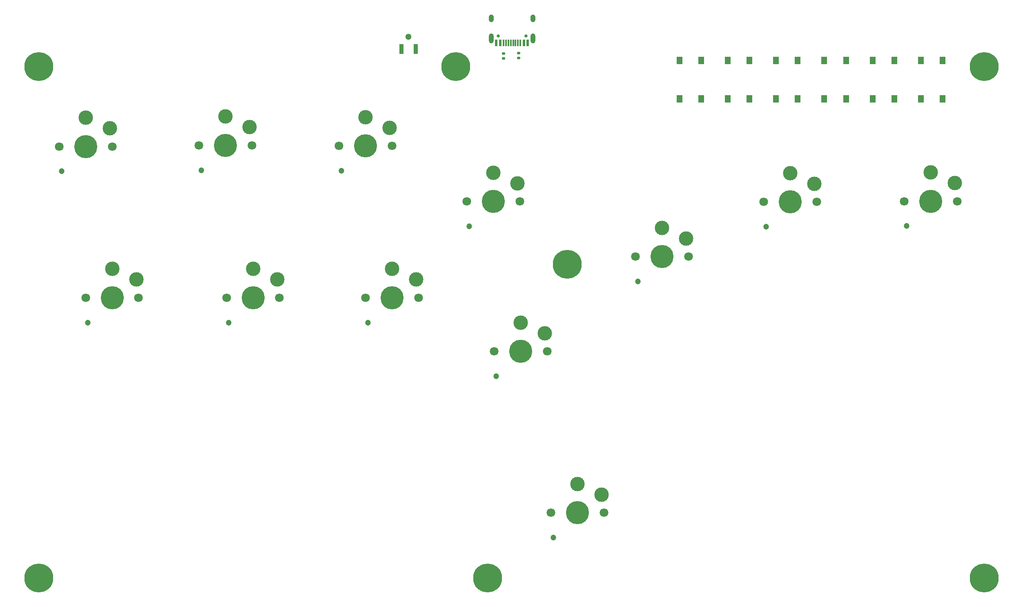
<source format=gbr>
%TF.GenerationSoftware,KiCad,Pcbnew,7.0.9*%
%TF.CreationDate,2024-03-26T15:37:35+08:00*%
%TF.ProjectId,Flatbox-LED-Mirrored,466c6174-626f-4782-9d4c-45442d4d6972,rev?*%
%TF.SameCoordinates,Original*%
%TF.FileFunction,Soldermask,Top*%
%TF.FilePolarity,Negative*%
%FSLAX46Y46*%
G04 Gerber Fmt 4.6, Leading zero omitted, Abs format (unit mm)*
G04 Created by KiCad (PCBNEW 7.0.9) date 2024-03-26 15:37:35*
%MOMM*%
%LPD*%
G01*
G04 APERTURE LIST*
G04 Aperture macros list*
%AMRoundRect*
0 Rectangle with rounded corners*
0 $1 Rounding radius*
0 $2 $3 $4 $5 $6 $7 $8 $9 X,Y pos of 4 corners*
0 Add a 4 corners polygon primitive as box body*
4,1,4,$2,$3,$4,$5,$6,$7,$8,$9,$2,$3,0*
0 Add four circle primitives for the rounded corners*
1,1,$1+$1,$2,$3*
1,1,$1+$1,$4,$5*
1,1,$1+$1,$6,$7*
1,1,$1+$1,$8,$9*
0 Add four rect primitives between the rounded corners*
20,1,$1+$1,$2,$3,$4,$5,0*
20,1,$1+$1,$4,$5,$6,$7,0*
20,1,$1+$1,$6,$7,$8,$9,0*
20,1,$1+$1,$8,$9,$2,$3,0*%
G04 Aperture macros list end*
%ADD10R,1.300000X1.550000*%
%ADD11RoundRect,0.135000X-0.185000X0.135000X-0.185000X-0.135000X0.185000X-0.135000X0.185000X0.135000X0*%
%ADD12C,0.650000*%
%ADD13R,0.600000X1.450000*%
%ADD14R,0.300000X1.450000*%
%ADD15O,1.000000X2.100000*%
%ADD16O,1.000000X1.600000*%
%ADD17R,0.900000X2.100000*%
%ADD18C,1.300000*%
%ADD19C,1.800000*%
%ADD20C,1.200000*%
%ADD21C,3.000000*%
%ADD22C,4.800000*%
%ADD23C,6.000000*%
G04 APERTURE END LIST*
D10*
%TO.C,SW4*%
X216690000Y-57975000D03*
X216690000Y-50025000D03*
X221190000Y-57975000D03*
X221190000Y-50025000D03*
%TD*%
%TO.C,SW2*%
X236690000Y-57975000D03*
X236690000Y-50025000D03*
X241190000Y-57975000D03*
X241190000Y-50025000D03*
%TD*%
%TO.C,SW5*%
X206690000Y-57975000D03*
X206690000Y-50025000D03*
X211190000Y-57975000D03*
X211190000Y-50025000D03*
%TD*%
%TO.C,SW3*%
X226690000Y-57975000D03*
X226690000Y-50025000D03*
X231190000Y-57975000D03*
X231190000Y-50025000D03*
%TD*%
%TO.C,SW6*%
X196690000Y-57975000D03*
X196690000Y-50025000D03*
X201190000Y-57975000D03*
X201190000Y-50025000D03*
%TD*%
D11*
%TO.C,R7*%
X163300000Y-48490000D03*
X163300000Y-49510000D03*
%TD*%
D12*
%TO.C,USB1*%
X164830000Y-44950000D03*
X159050000Y-44950000D03*
D13*
X165190000Y-46395000D03*
X164390000Y-46395000D03*
D14*
X163690000Y-46395000D03*
X163190000Y-46395000D03*
X162690000Y-46395000D03*
X162190000Y-46395000D03*
X161690000Y-46395000D03*
X161190000Y-46395000D03*
X160690000Y-46395000D03*
X160190000Y-46395000D03*
D13*
X159490000Y-46395000D03*
X158690000Y-46395000D03*
D15*
X166260000Y-45480000D03*
D16*
X166260000Y-41300000D03*
D15*
X157620000Y-45480000D03*
D16*
X157620000Y-41300000D03*
%TD*%
D11*
%TO.C,R6*%
X160200000Y-48590000D03*
X160200000Y-49610000D03*
%TD*%
D17*
%TO.C,SW19*%
X139000000Y-47700000D03*
X142000000Y-47700000D03*
D18*
X140500000Y-45150000D03*
%TD*%
D19*
%TO.C,D15*%
X102750000Y-99210000D03*
D20*
X103250000Y-104360000D03*
D21*
X108250000Y-93260000D03*
D22*
X108250000Y-99210000D03*
D21*
X113250000Y-95460000D03*
D19*
X113750000Y-99210000D03*
%TD*%
%TO.C,D14*%
X131600000Y-99210000D03*
D20*
X132100000Y-104360000D03*
D21*
X137100000Y-93260000D03*
D22*
X137100000Y-99210000D03*
D21*
X142100000Y-95460000D03*
D19*
X142600000Y-99210000D03*
%TD*%
%TO.C,D16*%
X73540000Y-99210000D03*
D20*
X74040000Y-104360000D03*
D21*
X79040000Y-93260000D03*
D22*
X79040000Y-99210000D03*
D21*
X84040000Y-95460000D03*
D19*
X84540000Y-99210000D03*
%TD*%
%TO.C,D6*%
X126040000Y-67750000D03*
D20*
X126540000Y-72900000D03*
D21*
X131540000Y-61800000D03*
D22*
X131540000Y-67750000D03*
D21*
X136540000Y-64000000D03*
D19*
X137040000Y-67750000D03*
%TD*%
%TO.C,D5*%
X152600000Y-79280000D03*
D20*
X153100000Y-84430000D03*
D21*
X158100000Y-73330000D03*
D22*
X158100000Y-79280000D03*
D21*
X163100000Y-75530000D03*
D19*
X163600000Y-79280000D03*
%TD*%
%TO.C,D1*%
X170040000Y-143790000D03*
D20*
X170540000Y-148940000D03*
D21*
X175540000Y-137840000D03*
D22*
X175540000Y-143790000D03*
D21*
X180540000Y-140040000D03*
D19*
X181040000Y-143790000D03*
%TD*%
D10*
%TO.C,SW1*%
X246690000Y-57975000D03*
X246690000Y-50025000D03*
X251190000Y-57975000D03*
X251190000Y-50025000D03*
%TD*%
D19*
%TO.C,D4*%
X187540000Y-90690000D03*
D20*
X188040000Y-95840000D03*
D21*
X193040000Y-84740000D03*
D22*
X193040000Y-90690000D03*
D21*
X198040000Y-86940000D03*
D19*
X198540000Y-90690000D03*
%TD*%
%TO.C,D2*%
X243235000Y-79220000D03*
D20*
X243735000Y-84370000D03*
D21*
X248735000Y-73270000D03*
D22*
X248735000Y-79220000D03*
D21*
X253735000Y-75470000D03*
D19*
X254235000Y-79220000D03*
%TD*%
%TO.C,D13*%
X158210000Y-110320000D03*
D20*
X158710000Y-115470000D03*
D21*
X163710000Y-104370000D03*
D22*
X163710000Y-110320000D03*
D21*
X168710000Y-106570000D03*
D19*
X169210000Y-110320000D03*
%TD*%
%TO.C,D3*%
X214140000Y-79340000D03*
D20*
X214640000Y-84490000D03*
D21*
X219640000Y-73390000D03*
D22*
X219640000Y-79340000D03*
D21*
X224640000Y-75590000D03*
D19*
X225140000Y-79340000D03*
%TD*%
%TO.C,D7*%
X97070000Y-67630000D03*
D20*
X97570000Y-72780000D03*
D21*
X102570000Y-61680000D03*
D22*
X102570000Y-67630000D03*
D21*
X107570000Y-63880000D03*
D19*
X108070000Y-67630000D03*
%TD*%
%TO.C,D12*%
X68100000Y-67870000D03*
D20*
X68600000Y-73020000D03*
D21*
X73600000Y-61920000D03*
D22*
X73600000Y-67870000D03*
D21*
X78600000Y-64120000D03*
D19*
X79100000Y-67870000D03*
%TD*%
D23*
%TO.C,H1*%
X259880000Y-51320000D03*
%TD*%
%TO.C,H6*%
X156860000Y-157310000D03*
%TD*%
%TO.C,H7*%
X63850000Y-157320000D03*
%TD*%
%TO.C,H5*%
X63870000Y-51320000D03*
%TD*%
%TO.C,H2*%
X173370000Y-92320000D03*
%TD*%
%TO.C,H3*%
X259860000Y-157330000D03*
%TD*%
%TO.C,H4*%
X150280000Y-51320000D03*
%TD*%
M02*

</source>
